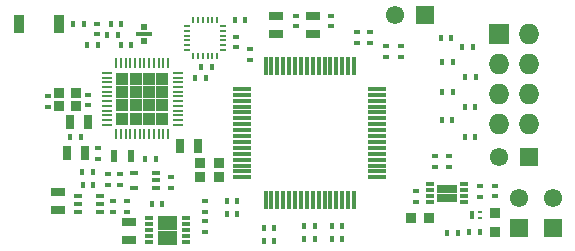
<source format=gts>
G04 #@! TF.GenerationSoftware,KiCad,Pcbnew,(5.0.0)*
G04 #@! TF.CreationDate,2018-09-10T01:39:48-04:00*
G04 #@! TF.ProjectId,EEG_ADS1299,4545475F414453313239392E6B696361,rev?*
G04 #@! TF.SameCoordinates,Original*
G04 #@! TF.FileFunction,Soldermask,Top*
G04 #@! TF.FilePolarity,Negative*
%FSLAX46Y46*%
G04 Gerber Fmt 4.6, Leading zero omitted, Abs format (unit mm)*
G04 Created by KiCad (PCBNEW (5.0.0)) date 09/10/18 01:39:48*
%MOMM*%
%LPD*%
G01*
G04 APERTURE LIST*
%ADD10R,0.830000X0.830000*%
%ADD11R,1.554000X1.554000*%
%ADD12C,1.554000*%
%ADD13R,0.428780X0.629440*%
%ADD14R,0.629440X0.428780*%
%ADD15R,0.630000X1.130000*%
%ADD16R,1.530000X0.330000*%
%ADD17R,0.330000X1.530000*%
%ADD18R,1.173000X0.665000*%
%ADD19R,0.230000X0.530000*%
%ADD20R,0.230000X0.580000*%
%ADD21R,0.530000X0.230000*%
%ADD22R,0.580000X0.230000*%
%ADD23R,0.730000X0.330000*%
%ADD24R,0.630000X0.630000*%
%ADD25R,0.680000X0.430000*%
%ADD26R,0.665000X1.173000*%
%ADD27R,0.930000X0.830000*%
%ADD28R,0.830000X1.630000*%
%ADD29R,0.230000X0.830000*%
%ADD30R,0.830000X0.230000*%
%ADD31R,1.142500X1.142500*%
%ADD32R,0.680000X0.330000*%
%ADD33R,0.805000X1.270000*%
%ADD34R,1.730000X1.730000*%
%ADD35O,1.730000X1.730000*%
%ADD36R,0.430000X0.730000*%
%ADD37R,0.430000X0.280000*%
%ADD38R,0.905000X0.755000*%
%ADD39R,0.780000X0.330000*%
G04 APERTURE END LIST*
D10*
G04 #@! TO.C,D4*
X302130000Y-144080000D03*
X300530000Y-144080000D03*
G04 #@! TD*
D11*
G04 #@! TO.C,P1*
X309750000Y-144910000D03*
D12*
X309750000Y-142370000D03*
G04 #@! TD*
D10*
G04 #@! TO.C,D3*
X307640000Y-143690000D03*
X307640000Y-145290000D03*
G04 #@! TD*
D13*
G04 #@! TO.C,R15*
X305480840Y-145310000D03*
X306380000Y-145310000D03*
G04 #@! TD*
D14*
G04 #@! TO.C,R14*
X300970000Y-142729580D03*
X300970000Y-141830420D03*
G04 #@! TD*
G04 #@! TO.C,C40*
X306450000Y-141370840D03*
X306450000Y-142270000D03*
G04 #@! TD*
D13*
G04 #@! TO.C,C37*
X303620840Y-145320000D03*
X304520000Y-145320000D03*
G04 #@! TD*
D14*
G04 #@! TO.C,C41*
X307670000Y-141360840D03*
X307670000Y-142260000D03*
G04 #@! TD*
D11*
G04 #@! TO.C,P3*
X312550000Y-144910000D03*
D12*
X312550000Y-142370000D03*
G04 #@! TD*
G04 #@! TO.C,J2*
X307990000Y-138900000D03*
D11*
X310530000Y-138900000D03*
G04 #@! TD*
D13*
G04 #@! TO.C,R13*
X305150000Y-132130000D03*
X306049160Y-132130000D03*
G04 #@! TD*
D15*
G04 #@! TO.C,X2*
X276850000Y-138850000D03*
X275450000Y-138850000D03*
G04 #@! TD*
D14*
G04 #@! TO.C,R10*
X280240000Y-140650420D03*
X280240000Y-141549580D03*
G04 #@! TD*
D13*
G04 #@! TO.C,R9*
X278959580Y-139100000D03*
X278060420Y-139100000D03*
G04 #@! TD*
D14*
G04 #@! TO.C,C39*
X276530000Y-143539580D03*
X276530000Y-142640420D03*
G04 #@! TD*
G04 #@! TO.C,C38*
X283120000Y-142660420D03*
X283120000Y-143559580D03*
G04 #@! TD*
D13*
G04 #@! TO.C,R8*
X303200840Y-133390000D03*
X304100000Y-133390000D03*
G04 #@! TD*
G04 #@! TO.C,R7*
X305110000Y-134670000D03*
X306009160Y-134670000D03*
G04 #@! TD*
D16*
G04 #@! TO.C,IC1*
X297700000Y-140650000D03*
X297700000Y-140150000D03*
X297700000Y-139650000D03*
X297700000Y-139150000D03*
X297700000Y-138650000D03*
X297700000Y-138150000D03*
X297700000Y-137650000D03*
X297700000Y-137150000D03*
X297700000Y-136650000D03*
X297700000Y-136150000D03*
X297700000Y-135650000D03*
X297700000Y-135150000D03*
X297700000Y-134650000D03*
X297700000Y-134150000D03*
X297700000Y-133650000D03*
X297700000Y-133150000D03*
D17*
X295750000Y-131200000D03*
X295250000Y-131200000D03*
X294750000Y-131200000D03*
X294250000Y-131200000D03*
X293750000Y-131200000D03*
X293250000Y-131200000D03*
X292750000Y-131200000D03*
X292250000Y-131200000D03*
X291750000Y-131200000D03*
X291250000Y-131200000D03*
X290750000Y-131200000D03*
X290250000Y-131200000D03*
X289750000Y-131200000D03*
X289250000Y-131200000D03*
X288750000Y-131200000D03*
X288250000Y-131200000D03*
D16*
X286300000Y-133150000D03*
X286300000Y-133650000D03*
X286300000Y-134150000D03*
X286300000Y-134650000D03*
X286300000Y-135150000D03*
X286300000Y-135650000D03*
X286300000Y-136150000D03*
X286300000Y-136650000D03*
X286300000Y-137150000D03*
X286300000Y-137650000D03*
X286300000Y-138150000D03*
X286300000Y-138650000D03*
X286300000Y-139150000D03*
X286300000Y-139650000D03*
X286300000Y-140150000D03*
X286300000Y-140650000D03*
D17*
X288250000Y-142600000D03*
X288750000Y-142600000D03*
X289250000Y-142600000D03*
X289750000Y-142600000D03*
X290250000Y-142600000D03*
X290750000Y-142600000D03*
X291250000Y-142600000D03*
X291750000Y-142600000D03*
X292250000Y-142600000D03*
X292750000Y-142600000D03*
X293250000Y-142600000D03*
X293750000Y-142600000D03*
X294250000Y-142600000D03*
X294750000Y-142600000D03*
X295250000Y-142600000D03*
X295750000Y-142600000D03*
G04 #@! TD*
D18*
G04 #@! TO.C,L1*
X276690000Y-145992000D03*
X276690000Y-144468000D03*
G04 #@! TD*
D14*
G04 #@! TO.C,C1*
X283140000Y-144380420D03*
X283140000Y-145279580D03*
G04 #@! TD*
G04 #@! TO.C,C21*
X274070000Y-139049580D03*
X274070000Y-138150420D03*
G04 #@! TD*
D19*
G04 #@! TO.C,U4*
X282140000Y-130350000D03*
D20*
X282540000Y-130350000D03*
X282940000Y-130350000D03*
X283340000Y-130350000D03*
X283740000Y-130350000D03*
D19*
X284140000Y-130350000D03*
D21*
X284640000Y-129850000D03*
D22*
X284640000Y-129450000D03*
X284640000Y-129050000D03*
X284640000Y-128650000D03*
X284640000Y-128250000D03*
D21*
X284640000Y-127850000D03*
D19*
X284140000Y-127350000D03*
D20*
X283740000Y-127350000D03*
X283340000Y-127350000D03*
X282940000Y-127350000D03*
X282540000Y-127350000D03*
D19*
X282140000Y-127350000D03*
D21*
X281640000Y-127850000D03*
D22*
X281640000Y-128250000D03*
X281640000Y-128650000D03*
X281640000Y-129050000D03*
X281640000Y-129450000D03*
D21*
X281640000Y-129850000D03*
G04 #@! TD*
D13*
G04 #@! TO.C,R12*
X283199580Y-132210000D03*
X282300420Y-132210000D03*
G04 #@! TD*
G04 #@! TO.C,R11*
X283719580Y-131270000D03*
X282820420Y-131270000D03*
G04 #@! TD*
G04 #@! TO.C,C36*
X285650420Y-127360000D03*
X286549580Y-127360000D03*
G04 #@! TD*
D14*
G04 #@! TO.C,C35*
X285780000Y-128730420D03*
X285780000Y-129629580D03*
G04 #@! TD*
D23*
G04 #@! TO.C,F1*
X278326500Y-128500000D03*
D24*
X278000000Y-129112500D03*
X278000000Y-127887500D03*
D23*
X277637500Y-128500000D03*
G04 #@! TD*
D13*
G04 #@! TO.C,C34*
X275729580Y-128620000D03*
X274830420Y-128620000D03*
G04 #@! TD*
G04 #@! TO.C,C33*
X273150420Y-129450000D03*
X274049580Y-129450000D03*
G04 #@! TD*
D18*
G04 #@! TO.C,C15*
X289100000Y-128512000D03*
X289100000Y-126988000D03*
G04 #@! TD*
D11*
G04 #@! TO.C,P2*
X301780000Y-126930000D03*
D12*
X299240000Y-126930000D03*
G04 #@! TD*
D14*
G04 #@! TO.C,C5*
X297075000Y-128375420D03*
X297075000Y-129274580D03*
G04 #@! TD*
D13*
G04 #@! TO.C,C14*
X288100420Y-144950000D03*
X288999580Y-144950000D03*
G04 #@! TD*
D10*
G04 #@! TO.C,D2*
X284310000Y-139400000D03*
X282710000Y-139400000D03*
G04 #@! TD*
D13*
G04 #@! TO.C,C32*
X288100420Y-146000000D03*
X288999580Y-146000000D03*
G04 #@! TD*
D25*
G04 #@! TO.C,U2*
X274262500Y-143537500D03*
X274262500Y-142237500D03*
X272362500Y-142887500D03*
X274262500Y-142887500D03*
X272362500Y-142237500D03*
X272362500Y-143537500D03*
G04 #@! TD*
D14*
G04 #@! TO.C,C12*
X290800000Y-127849580D03*
X290800000Y-126950420D03*
G04 #@! TD*
G04 #@! TO.C,C31*
X296025000Y-128375420D03*
X296025000Y-129274580D03*
G04 #@! TD*
D13*
G04 #@! TO.C,C19*
X284950420Y-142675000D03*
X285849580Y-142675000D03*
G04 #@! TD*
G04 #@! TO.C,R5*
X303230840Y-130920000D03*
X304130000Y-130920000D03*
G04 #@! TD*
G04 #@! TO.C,C20*
X285849580Y-143750000D03*
X284950420Y-143750000D03*
G04 #@! TD*
G04 #@! TO.C,C18*
X291500420Y-145850000D03*
X292399580Y-145850000D03*
G04 #@! TD*
G04 #@! TO.C,C16*
X291500420Y-144725000D03*
X292399580Y-144725000D03*
G04 #@! TD*
G04 #@! TO.C,C9*
X294749580Y-145900000D03*
X293850420Y-145900000D03*
G04 #@! TD*
D14*
G04 #@! TO.C,C17*
X286975000Y-129775420D03*
X286975000Y-130674580D03*
G04 #@! TD*
D13*
G04 #@! TO.C,C8*
X294749580Y-144725000D03*
X293850420Y-144725000D03*
G04 #@! TD*
D14*
G04 #@! TO.C,C11*
X293775000Y-126950420D03*
X293775000Y-127849580D03*
G04 #@! TD*
G04 #@! TO.C,C7*
X299700000Y-129530420D03*
X299700000Y-130429580D03*
G04 #@! TD*
G04 #@! TO.C,C6*
X298475000Y-129530420D03*
X298475000Y-130429580D03*
G04 #@! TD*
D18*
G04 #@! TO.C,C10*
X292275000Y-126963000D03*
X292275000Y-128487000D03*
G04 #@! TD*
G04 #@! TO.C,L2*
X270712500Y-141925500D03*
X270712500Y-143449500D03*
G04 #@! TD*
D13*
G04 #@! TO.C,C13*
X272762920Y-141287500D03*
X273662080Y-141287500D03*
G04 #@! TD*
D14*
G04 #@! TO.C,C3*
X275362500Y-143537080D03*
X275362500Y-142637920D03*
G04 #@! TD*
D13*
G04 #@! TO.C,C2*
X278610420Y-142930000D03*
X279509580Y-142930000D03*
G04 #@! TD*
D14*
G04 #@! TO.C,C4*
X303810000Y-138860000D03*
X303810000Y-139759160D03*
G04 #@! TD*
G04 #@! TO.C,R6*
X302600000Y-138880000D03*
X302600000Y-139779160D03*
G04 #@! TD*
D13*
G04 #@! TO.C,R4*
X304890000Y-129590000D03*
X305789160Y-129590000D03*
G04 #@! TD*
G04 #@! TO.C,R3*
X303090000Y-128830000D03*
X303989160Y-128830000D03*
G04 #@! TD*
G04 #@! TO.C,R2*
X303170420Y-135830000D03*
X304069580Y-135830000D03*
G04 #@! TD*
G04 #@! TO.C,R1*
X305110420Y-137250000D03*
X306009580Y-137250000D03*
G04 #@! TD*
D10*
G04 #@! TO.C,D1*
X284310000Y-140650000D03*
X282710000Y-140650000D03*
G04 #@! TD*
D26*
G04 #@! TO.C,L4*
X272932000Y-138620000D03*
X271408000Y-138620000D03*
G04 #@! TD*
D27*
G04 #@! TO.C,X1*
X270800000Y-133500000D03*
X272200000Y-133500000D03*
X270800000Y-134600000D03*
X272200000Y-134600000D03*
G04 #@! TD*
D14*
G04 #@! TO.C,C28*
X274890000Y-140390420D03*
X274890000Y-141289580D03*
G04 #@! TD*
D13*
G04 #@! TO.C,C26*
X273649580Y-140200000D03*
X272750420Y-140200000D03*
G04 #@! TD*
D14*
G04 #@! TO.C,C24*
X269800000Y-133750420D03*
X269800000Y-134649580D03*
G04 #@! TD*
G04 #@! TO.C,C25*
X273200000Y-134549580D03*
X273200000Y-133650420D03*
G04 #@! TD*
D13*
G04 #@! TO.C,C27*
X276899580Y-129450000D03*
X276000420Y-129450000D03*
G04 #@! TD*
D14*
G04 #@! TO.C,C29*
X275910000Y-140390420D03*
X275910000Y-141289580D03*
G04 #@! TD*
D28*
G04 #@! TO.C,A1*
X270745000Y-127673000D03*
X267345000Y-127673000D03*
G04 #@! TD*
D13*
G04 #@! TO.C,L6*
X272849580Y-127700000D03*
X271950420Y-127700000D03*
G04 #@! TD*
D14*
G04 #@! TO.C,L5*
X274000000Y-127650420D03*
X274000000Y-128549580D03*
G04 #@! TD*
D13*
G04 #@! TO.C,C30*
X276049580Y-127700000D03*
X275150420Y-127700000D03*
G04 #@! TD*
G04 #@! TO.C,L3*
X271730420Y-137270000D03*
X272629580Y-137270000D03*
G04 #@! TD*
D26*
G04 #@! TO.C,C23*
X273262000Y-136000000D03*
X271738000Y-136000000D03*
G04 #@! TD*
G04 #@! TO.C,C22*
X281028000Y-138030000D03*
X282552000Y-138030000D03*
G04 #@! TD*
D29*
G04 #@! TO.C,U3*
X275600000Y-137000000D03*
X276000000Y-137000000D03*
X276400000Y-137000000D03*
X276800000Y-137000000D03*
X277200000Y-137000000D03*
X277600000Y-137000000D03*
X278000000Y-137000000D03*
X278400000Y-137000000D03*
X278800000Y-137000000D03*
X279200000Y-137000000D03*
X279600000Y-137000000D03*
X280000000Y-137000000D03*
D30*
X280800000Y-136200000D03*
X280800000Y-135800000D03*
X280800000Y-135400000D03*
X280800000Y-135000000D03*
X280800000Y-134600000D03*
X280800000Y-134200000D03*
X280800000Y-133800000D03*
X280800000Y-133400000D03*
X280800000Y-133000000D03*
X280800000Y-132600000D03*
X280800000Y-132200000D03*
X280800000Y-131800000D03*
D29*
X280000000Y-131000000D03*
X279600000Y-131000000D03*
X279200000Y-131000000D03*
X278800000Y-131000000D03*
X278400000Y-131000000D03*
X278000000Y-131000000D03*
X277600000Y-131000000D03*
X277200000Y-131000000D03*
X276800000Y-131000000D03*
X276400000Y-131000000D03*
X276000000Y-131000000D03*
X275600000Y-131000000D03*
D30*
X274800000Y-131800000D03*
X274800000Y-132200000D03*
X274800000Y-132600000D03*
X274800000Y-133000000D03*
X274800000Y-133400000D03*
X274800000Y-133800000D03*
X274800000Y-134200000D03*
X274800000Y-134600000D03*
X274800000Y-135000000D03*
X274800000Y-135400000D03*
X274800000Y-135800000D03*
X274800000Y-136200000D03*
D31*
X279468750Y-132331250D03*
X278356250Y-132331250D03*
X277243750Y-132331250D03*
X276131250Y-132331250D03*
X279468750Y-133443750D03*
X278356250Y-133443750D03*
X277243750Y-133443750D03*
X276131250Y-133443750D03*
X279468750Y-134556250D03*
X278356250Y-134556250D03*
X277243750Y-134556250D03*
X276131250Y-134556250D03*
X279468750Y-135668750D03*
X278356250Y-135668750D03*
X277243750Y-135668750D03*
X276131250Y-135668750D03*
G04 #@! TD*
D32*
G04 #@! TO.C,U7*
X278410000Y-144120000D03*
X278410000Y-144620000D03*
X278410000Y-145120000D03*
X278410000Y-145620000D03*
X278410000Y-146120000D03*
X281510000Y-146120000D03*
X281510000Y-145620000D03*
X281510000Y-145120000D03*
X281510000Y-144620000D03*
X281510000Y-144120000D03*
D33*
X280347500Y-145740000D03*
X280347500Y-144500000D03*
X279572500Y-145740000D03*
X279572500Y-144500000D03*
G04 #@! TD*
D25*
G04 #@! TO.C,U1*
X279010000Y-141550000D03*
X279010000Y-140250000D03*
X279010000Y-140900000D03*
X277110000Y-140250000D03*
X277110000Y-141550000D03*
G04 #@! TD*
D34*
G04 #@! TO.C,J1*
X308040000Y-128540000D03*
D35*
X310580000Y-128540000D03*
X308040000Y-131080000D03*
X310580000Y-131080000D03*
X308040000Y-133620000D03*
X310580000Y-133620000D03*
X308040000Y-136160000D03*
X310580000Y-136160000D03*
G04 #@! TD*
D36*
G04 #@! TO.C,Q1*
X305730000Y-143830000D03*
D37*
X306430000Y-144055000D03*
X306430000Y-143605000D03*
G04 #@! TD*
D38*
G04 #@! TO.C,U5*
X304037500Y-142362500D03*
X304037500Y-141637500D03*
X303162500Y-142362500D03*
X303162500Y-141637500D03*
D39*
X302150000Y-142750000D03*
X302150000Y-142250000D03*
X302150000Y-141750000D03*
X302150000Y-141250000D03*
X305050000Y-141250000D03*
X305050000Y-141750000D03*
X305050000Y-142250000D03*
X305050000Y-142750000D03*
G04 #@! TD*
M02*

</source>
